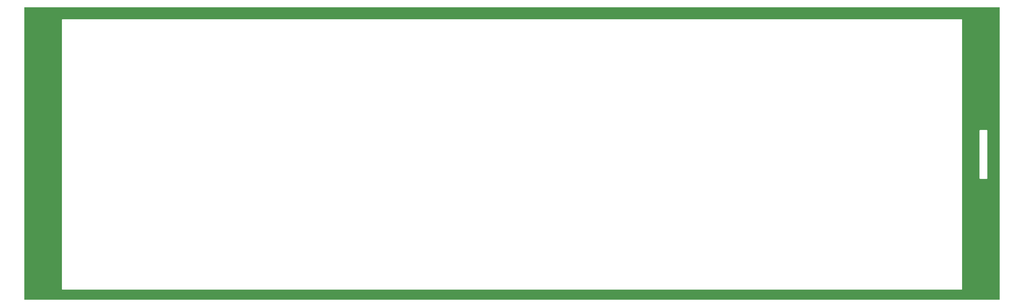
<source format=gbl>
G04 Layer: BottomLayer*
G04 EasyEDA v6.5.34, 2023-10-02 19:34:43*
G04 56d437602cc94884939750fcd72203e9,5a6b42c53f6a479593ecc07194224c93,10*
G04 Gerber Generator version 0.2*
G04 Scale: 100 percent, Rotated: No, Reflected: No *
G04 Dimensions in millimeters *
G04 leading zeros omitted , absolute positions ,4 integer and 5 decimal *
%FSLAX45Y45*%
%MOMM*%

%ADD10C,3.0000*%

%LPD*%
G36*
X2068068Y25908D02*
G01*
X2064156Y26670D01*
X2060854Y28905D01*
X2058670Y32156D01*
X2057907Y36068D01*
X2057907Y13260832D01*
X2058670Y13264743D01*
X2060905Y13267994D01*
X2064156Y13270230D01*
X2068068Y13270992D01*
X46191932Y13270992D01*
X46195843Y13270230D01*
X46199094Y13267994D01*
X46201330Y13264743D01*
X46202092Y13260832D01*
X46201990Y36068D01*
X46201228Y32156D01*
X46199044Y28905D01*
X46195742Y26670D01*
X46191830Y25908D01*
G37*

%LPC*%
G36*
X3785158Y482092D02*
G01*
X44474739Y482092D01*
X44481038Y482803D01*
X44486525Y484733D01*
X44491402Y487781D01*
X44495516Y491896D01*
X44498615Y496773D01*
X44500495Y502259D01*
X44501206Y508558D01*
X44501206Y12699390D01*
X44500495Y12705740D01*
X44498615Y12711176D01*
X44495516Y12716103D01*
X44491402Y12720167D01*
X44486525Y12723266D01*
X44481038Y12725146D01*
X44474739Y12725857D01*
X3785158Y12725857D01*
X3778859Y12725146D01*
X3773373Y12723266D01*
X3768496Y12720167D01*
X3764381Y12716103D01*
X3761282Y12711176D01*
X3759403Y12705740D01*
X3758692Y12699390D01*
X3758692Y508558D01*
X3759403Y502259D01*
X3761282Y496773D01*
X3764381Y491896D01*
X3768496Y487781D01*
X3773373Y484733D01*
X3778859Y482803D01*
G37*
G36*
X45314057Y5498592D02*
G01*
X45617739Y5498592D01*
X45624038Y5499303D01*
X45629525Y5501182D01*
X45634402Y5504281D01*
X45638516Y5508396D01*
X45641615Y5513273D01*
X45643495Y5518759D01*
X45644206Y5525058D01*
X45644206Y7682941D01*
X45643495Y7689240D01*
X45641615Y7694726D01*
X45638516Y7699603D01*
X45634402Y7703718D01*
X45629525Y7706766D01*
X45624038Y7708696D01*
X45617739Y7709408D01*
X45314057Y7709408D01*
X45307758Y7708696D01*
X45302271Y7706766D01*
X45297394Y7703718D01*
X45293280Y7699603D01*
X45290232Y7694726D01*
X45288301Y7689240D01*
X45287590Y7682941D01*
X45287590Y5525058D01*
X45288301Y5518759D01*
X45290232Y5513273D01*
X45293280Y5508396D01*
X45297394Y5504281D01*
X45302271Y5501182D01*
X45307758Y5499303D01*
G37*

%LPD*%
D10*
G01*
X2794000Y279400D03*
G01*
X2794000Y13004774D03*
G01*
X45466000Y279400D03*
G01*
X45466000Y13004774D03*
G01*
X24129949Y13004774D03*
G01*
X24129949Y279400D03*
G01*
X45465898Y8191500D03*
G01*
X45465898Y5016500D03*
G01*
X2793898Y5016500D03*
G01*
X2793898Y8191500D03*
M02*

</source>
